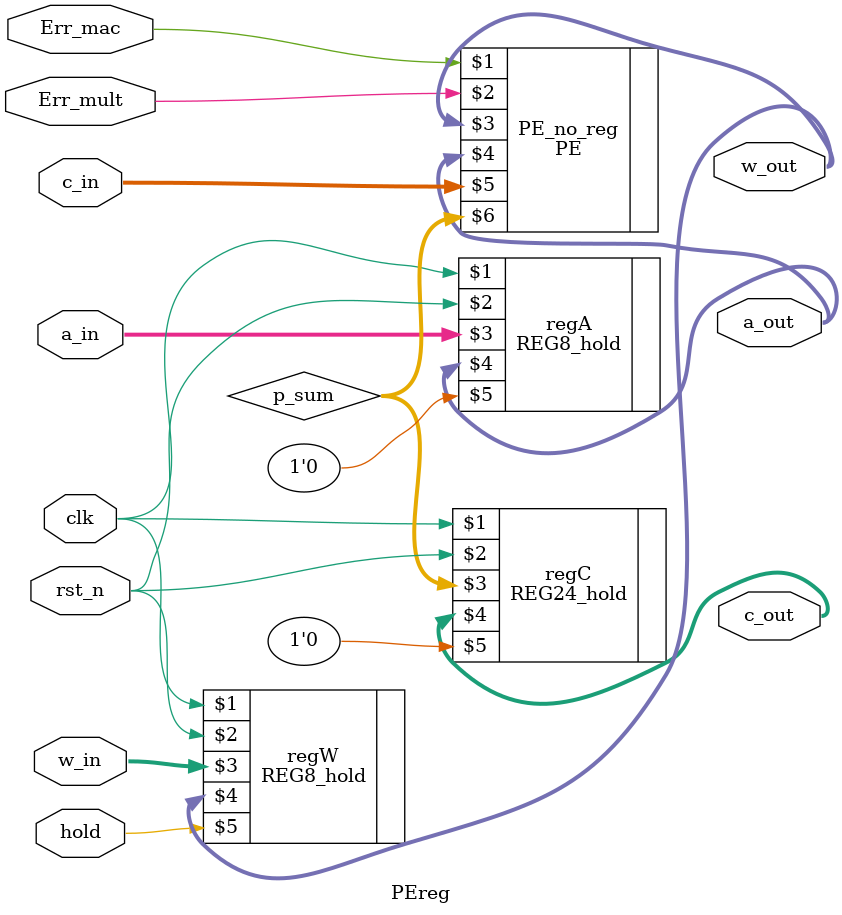
<source format=v>
module PEreg(Err_mac, Err_mult, w_in, a_in, c_in, w_out, a_out, c_out, clk, rst_n, hold);

input signed [7:0] w_in, a_in;
input signed [23:0] c_in;
input Err_mac , Err_mult;
input clk;
input rst_n;
input hold;

output signed [7:0] w_out, a_out;
output signed [23:0] c_out;

wire signed [23:0] p_sum;

PE PE_no_reg(Err_mac, Err_mult, w_out, a_out, c_in, p_sum);
//PE(Err_mac, Err_mult, w_in, a_in, c_in, c_out);

REG8_hold regW(clk, rst_n, w_in, w_out, hold);
REG8_hold regA(clk, rst_n, a_in, a_out, 1'b0);
REG24_hold regC(clk, rst_n, p_sum, c_out, 1'b0);

endmodule

</source>
